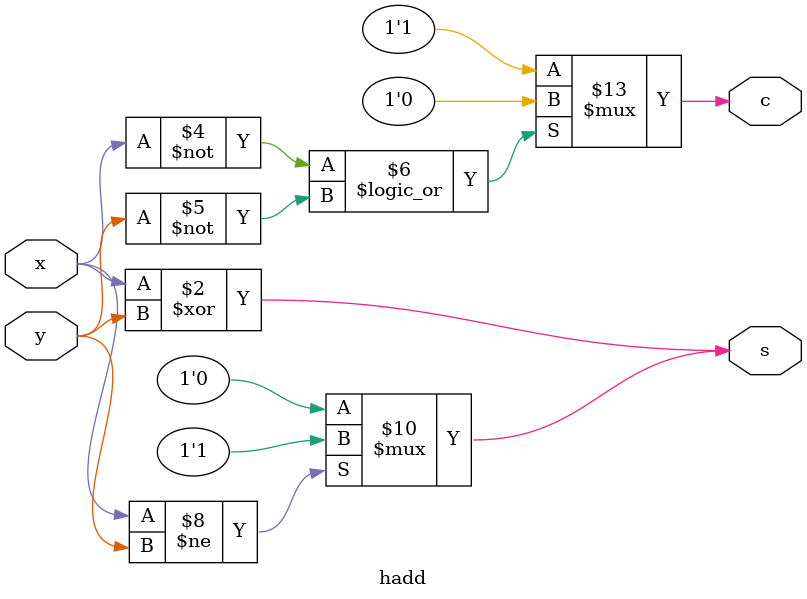
<source format=v>
module hadd(s, c, x, y);

output s, c;
input x, y;

reg s, c;

// Behavioral M
always @(x, y)
begin
s=x^y;
end

always @(x, y)
begin
if(x==0||y==0) c=0;
else           c=1;
end

always @(x, y)
begin
if(x!=y) s=1;
else     s=0;
end

endmodule

</source>
